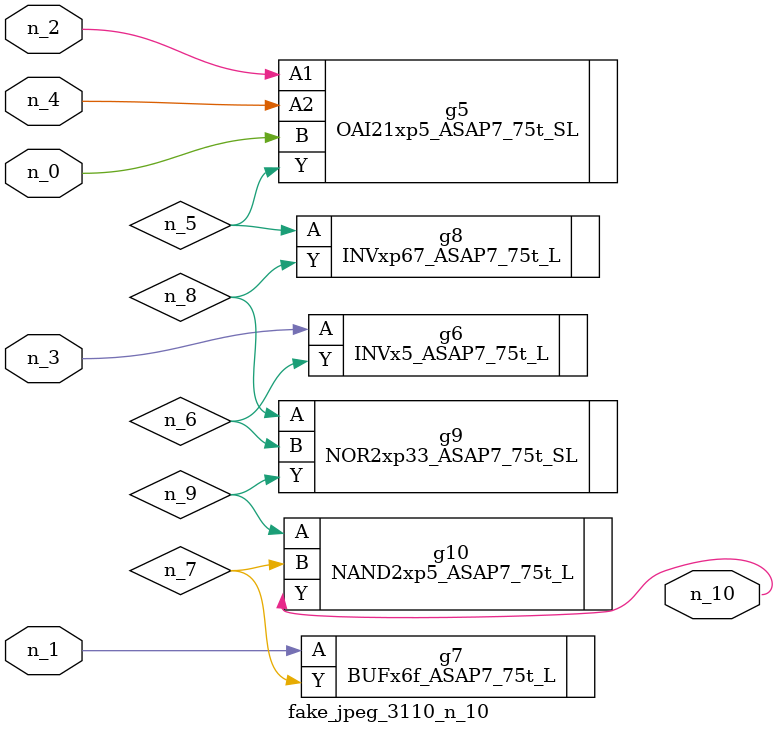
<source format=v>
module fake_jpeg_3110_n_10 (n_3, n_2, n_1, n_0, n_4, n_10);

input n_3;
input n_2;
input n_1;
input n_0;
input n_4;

output n_10;

wire n_8;
wire n_9;
wire n_6;
wire n_5;
wire n_7;

OAI21xp5_ASAP7_75t_SL g5 ( 
.A1(n_2),
.A2(n_4),
.B(n_0),
.Y(n_5)
);

INVx5_ASAP7_75t_L g6 ( 
.A(n_3),
.Y(n_6)
);

BUFx6f_ASAP7_75t_L g7 ( 
.A(n_1),
.Y(n_7)
);

INVxp67_ASAP7_75t_L g8 ( 
.A(n_5),
.Y(n_8)
);

NOR2xp33_ASAP7_75t_SL g9 ( 
.A(n_8),
.B(n_6),
.Y(n_9)
);

NAND2xp5_ASAP7_75t_L g10 ( 
.A(n_9),
.B(n_7),
.Y(n_10)
);


endmodule
</source>
